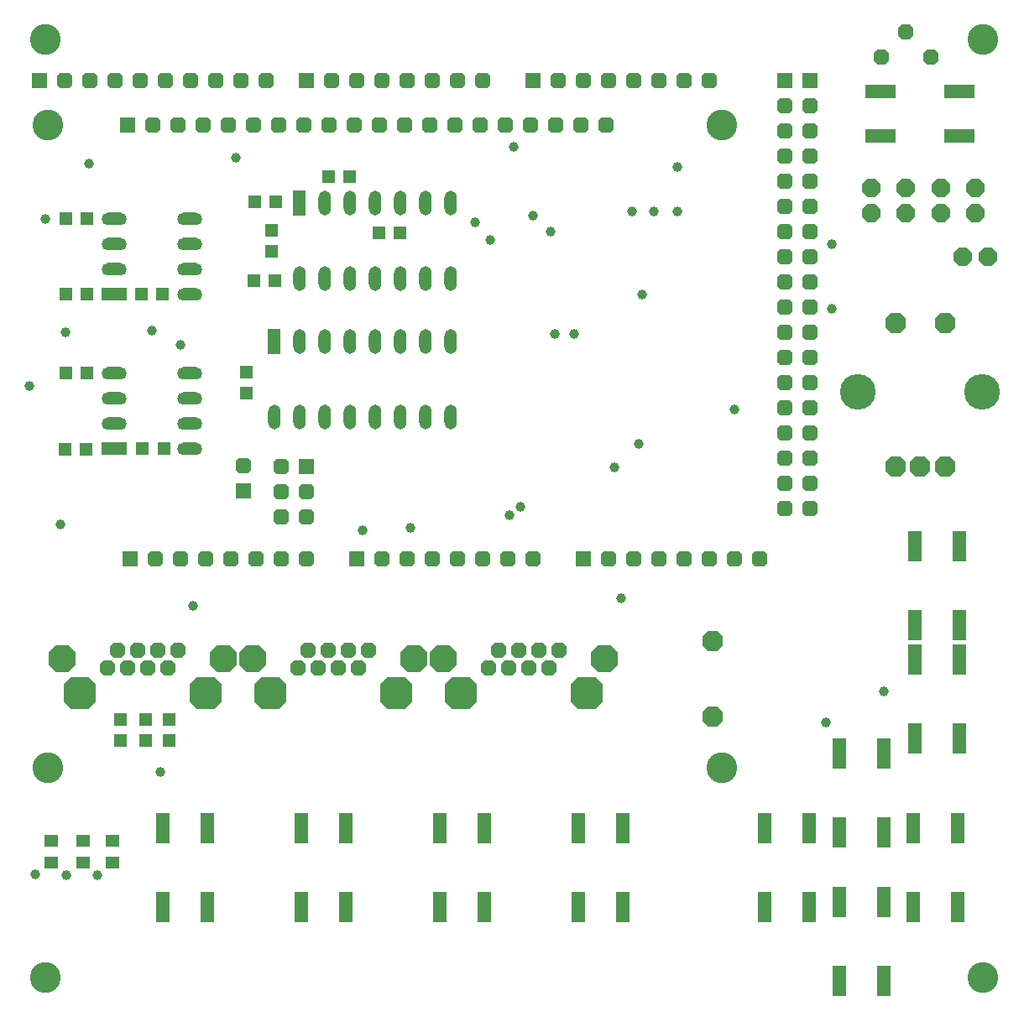
<source format=gts>
%FSLAX35Y35*%
%MOIN*%
%IN18=Loetstoppmaskeoben(X.GTS)*%
%ADD10C,0.00591*%
%ADD11C,0.00614*%
%ADD12C,0.00768*%
%ADD13C,0.00787*%
%ADD14C,0.01024*%
%ADD15C,0.01181*%
%ADD16C,0.01280*%
%ADD17C,0.01535*%
%ADD18C,0.01575*%
%ADD19C,0.01969*%
%ADD20C,0.02362*%
%ADD21C,0.02795*%
%ADD22C,0.03937*%
%ADD23C,0.12205*%
%ADD24C,0.13780*%
%ADD25C,0.14173*%
%AMR_26*21,1,0.01181,0.01181,0,0,0.000*%
%ADD26R_26*%
%AMR_27*21,1,0.01250,0.01250,0,0,0.000*%
%ADD27R_27*%
%AMR_28*21,1,0.01280,0.01280,0,0,0.000*%
%ADD28R_28*%
%AMR_29*21,1,0.01476,0.01476,0,0,0.000*%
%ADD29R_29*%
%AMR_30*21,1,0.01575,0.01575,0,0,0.000*%
%ADD30R_30*%
%AMR_31*21,1,0.01772,0.01772,0,0,0.000*%
%ADD31R_31*%
%AMR_32*21,1,0.01969,0.01969,0,0,0.000*%
%ADD32R_32*%
%AMR_33*21,1,0.02657,0.02657,0,0,0.000*%
%ADD33R_33*%
%AMR_34*21,1,0.04587,0.05433,0,0,90.000*%
%ADD34R_34*%
%AMR_35*21,1,0.05000,0.05000,0,0,0.000*%
%ADD35R_35*%
%AMR_36*21,1,0.05000,0.05000,0,0,90.000*%
%ADD36R_36*%
%AMR_37*21,1,0.05000,0.05000,0,0,180.000*%
%ADD37R_37*%
%AMR_38*21,1,0.05000,0.05000,0,0,270.000*%
%ADD38R_38*%
%AMR_39*21,1,0.05000,0.09843,0,0,0.000*%
%ADD39R_39*%
%AMR_40*21,1,0.05000,0.10000,0,0,90.000*%
%ADD40R_40*%
%AMR_41*21,1,0.12205,0.05118,0,0,90.000*%
%ADD41R_41*%
%AMR_42*21,1,0.12205,0.05118,0,0,180.000*%
%ADD42R_42*%
%AMR_43*21,1,0.19685,0.19685,0,0,0.000*%
%ADD43R_43*%
%AMOCT_44*4,1,8,0.029528,0.014764,0.014764,0.029528,-0.014764,0.029528,-0.029528,0.014764,-0.029528,-0.014764,-0.014764,-0.029528,0.014764,-0.029528,0.029528,-0.014764,0.029528,0.014764,0.000*%
%ADD44OCT_44*%
%AMOCT_45*4,1,8,0.029528,0.014764,0.014764,0.029528,-0.014764,0.029528,-0.029528,0.014764,-0.029528,-0.014764,-0.014764,-0.029528,0.014764,-0.029528,0.029528,-0.014764,0.029528,0.014764,180.000*%
%ADD45OCT_45*%
%AMOCT_46*4,1,8,0.031496,0.015748,0.015748,0.031496,-0.015748,0.031496,-0.031496,0.015748,-0.031496,-0.015748,-0.015748,-0.031496,0.015748,-0.031496,0.031496,-0.015748,0.031496,0.015748,-0.000*%
%ADD46OCT_46*%
%AMOCT_47*4,1,8,0.031496,0.015748,0.015748,0.031496,-0.015748,0.031496,-0.031496,0.015748,-0.031496,-0.015748,-0.015748,-0.031496,0.015748,-0.031496,0.031496,-0.015748,0.031496,0.015748,90.000*%
%ADD47OCT_47*%
%AMOCT_48*4,1,8,0.031496,0.015748,0.015748,0.031496,-0.015748,0.031496,-0.031496,0.015748,-0.031496,-0.015748,-0.015748,-0.031496,0.015748,-0.031496,0.031496,-0.015748,0.031496,0.015748,270.000*%
%ADD48OCT_48*%
%AMOCT_49*4,1,8,0.035433,0.017717,0.017717,0.035433,-0.017717,0.035433,-0.035433,0.017717,-0.035433,-0.017717,-0.017717,-0.035433,0.017717,-0.035433,0.035433,-0.017717,0.035433,0.017717,180.000*%
%ADD49OCT_49*%
%AMOCT_50*4,1,8,0.035433,0.017717,0.017717,0.035433,-0.017717,0.035433,-0.035433,0.017717,-0.035433,-0.017717,-0.017717,-0.035433,0.017717,-0.035433,0.035433,-0.017717,0.035433,0.017717,270.000*%
%ADD50OCT_50*%
%AMOCT_51*4,1,8,0.039370,0.019685,0.019685,0.039370,-0.019685,0.039370,-0.039370,0.019685,-0.039370,-0.019685,-0.019685,-0.039370,0.019685,-0.039370,0.039370,-0.019685,0.039370,0.019685,0.000*%
%ADD51OCT_51*%
%AMOCT_52*4,1,8,0.039370,0.019685,0.019685,0.039370,-0.019685,0.039370,-0.039370,0.019685,-0.039370,-0.019685,-0.019685,-0.039370,0.019685,-0.039370,0.039370,-0.019685,0.039370,0.019685,270.000*%
%ADD52OCT_52*%
%AMOCT_53*4,1,8,0.053150,0.026575,0.026575,0.053150,-0.026575,0.053150,-0.053150,0.026575,-0.053150,-0.026575,-0.026575,-0.053150,0.026575,-0.053150,0.053150,-0.026575,0.053150,0.026575,180.000*%
%ADD53OCT_53*%
%AMOCT_54*4,1,8,0.064961,0.032480,0.032480,0.064961,-0.032480,0.064961,-0.064961,0.032480,-0.064961,-0.032480,-0.032480,-0.064961,0.032480,-0.064961,0.064961,-0.032480,0.064961,0.032480,180.000*%
%ADD54OCT_54*%
%AMO_55*20,1,0.03937,-0.00787,0.00000,0.00787,0.00000,0*1,1,0.03937,-0.00787,0.00000*1,1,0.03937,0.00787,0.00000*%
%ADD55O_55*%
%AMO_56*20,1,0.05000,0.00000,-0.02421,0.00000,0.02421,0*1,1,0.05000,0.00000,-0.02421*1,1,0.05000,0.00000,0.02421*%
%ADD56O_56*%
%AMO_57*20,1,0.05000,0.02500,0.00000,-0.02500,0.00000,0*1,1,0.05000,0.02500,0.00000*1,1,0.05000,-0.02500,0.00000*%
%ADD57O_57*%
%AMRR_58*21,1,0.06299,0.05039,0,0,-0.000*21,1,0.05039,0.06299,0,0,-0.000*1,1,0.01260,0.02520,0.02520*1,1,0.01260,-0.02520,-0.02520*1,1,0.01260,0.02520,-0.02520*1,1,0.01260,-0.02520,0.02520*%
%ADD58RR_58*%
%AMRR_59*21,1,0.06299,0.05039,0,0,90.000*21,1,0.05039,0.06299,0,0,90.000*1,1,0.01260,-0.02520,0.02520*1,1,0.01260,0.02520,-0.02520*1,1,0.01260,0.02520,0.02520*1,1,0.01260,-0.02520,-0.02520*%
%ADD59RR_59*%
%AMRR_60*21,1,0.06299,0.05039,0,0,270.000*21,1,0.05039,0.06299,0,0,270.000*1,1,0.01260,0.02520,-0.02520*1,1,0.01260,-0.02520,0.02520*1,1,0.01260,-0.02520,-0.02520*1,1,0.01260,0.02520,0.02520*%
%ADD60RR_60*%
G54D22*
X196850Y340600D03*
X56299Y92401D03*
X343725Y124350D03*
X320600Y111850D03*
X247650Y281850D03*
X10600Y311850D03*
X18725Y266850D03*
X220590Y266225D03*
X213100Y266225D03*
X86225Y336225D03*
X261850Y332475D03*
X261537Y314975D03*
X4350Y245600D03*
X16850Y190600D03*
X155600Y189350D03*
X136850Y188100D03*
X69350Y158100D03*
X6825Y51675D03*
X19109Y51397D03*
X31338Y51397D03*
X28100Y334037D03*
X284350Y236225D03*
X323100Y301850D03*
X323100Y276225D03*
X239350Y161225D03*
X187475Y303725D03*
X211225Y306850D03*
X252475Y314975D03*
X194975Y194350D03*
X199350Y197475D03*
X246225Y222475D03*
X236850Y213100D03*
X181225Y310600D03*
X204350Y313100D03*
X243725Y314975D03*
X64350Y261850D03*
X53100Y267475D03*
G54D23*
X11742Y93759D03*
X11742Y349350D03*
X279458Y93759D03*
X383100Y10600D03*
X10600Y10600D03*
X10600Y383100D03*
X383100Y383100D03*
X279458Y349350D03*
G54D25*
X333494Y243100D03*
X382706Y243100D03*
G54D34*
X37475Y64803D03*
X37475Y56397D03*
X25600Y64803D03*
X25600Y56397D03*
X13100Y64803D03*
X13100Y56397D03*
G54D35*
X26987Y220287D03*
X18587Y220287D03*
X101987Y287162D03*
X93587Y287162D03*
X57925Y220600D03*
X49525Y220600D03*
X57300Y281850D03*
X48900Y281850D03*
X27300Y250600D03*
X18900Y250600D03*
X27300Y281850D03*
X18900Y281850D03*
X27300Y311850D03*
X18900Y311850D03*
G54D37*
X143275Y306225D03*
X151675Y306225D03*
X123275Y328725D03*
X131675Y328725D03*
X93900Y318725D03*
X102300Y318725D03*
G54D38*
X90600Y242650D03*
X90600Y251050D03*
X100600Y298900D03*
X100600Y307300D03*
X59975Y104525D03*
X59975Y112925D03*
X50600Y104525D03*
X50600Y112925D03*
X40600Y104525D03*
X40600Y112925D03*
G54D39*
X101850Y263100D03*
X111850Y318100D03*
G54D40*
X38100Y220600D03*
X38100Y281850D03*
G54D41*
X57367Y70029D03*
X75083Y70029D03*
X57367Y38730D03*
X75083Y38730D03*
X112367Y70029D03*
X130083Y70029D03*
X112367Y38730D03*
X130083Y38730D03*
X167367Y70029D03*
X185083Y70029D03*
X167367Y38730D03*
X185083Y38730D03*
X222367Y70029D03*
X240083Y70029D03*
X222367Y38730D03*
X240083Y38730D03*
X356117Y136875D03*
X373833Y136875D03*
X356117Y105575D03*
X373833Y105575D03*
X356117Y181875D03*
X373833Y181875D03*
X356117Y150575D03*
X373833Y150575D03*
X296373Y70029D03*
X314089Y70029D03*
X296373Y38730D03*
X314089Y38730D03*
X325900Y40501D03*
X343617Y40501D03*
X325900Y9202D03*
X343617Y9202D03*
X355428Y70029D03*
X373144Y70029D03*
X355428Y38730D03*
X373144Y38730D03*
X325900Y99557D03*
X343617Y99557D03*
X325900Y68257D03*
X343617Y68257D03*
G54D42*
X342450Y344867D03*
X342450Y362583D03*
X373750Y344867D03*
X373750Y362583D03*
G54D44*
X342632Y376225D03*
X352475Y386225D03*
X362317Y376225D03*
G54D45*
X135014Y133725D03*
X139030Y140733D03*
X126983Y133725D03*
X130999Y140733D03*
X118951Y133725D03*
X122967Y140733D03*
X110920Y133725D03*
X114936Y140733D03*
X210639Y133725D03*
X214655Y140733D03*
X202608Y133725D03*
X206624Y140733D03*
X194576Y133725D03*
X198592Y140733D03*
X186545Y133725D03*
X190561Y140733D03*
X59389Y133725D03*
X63405Y140733D03*
X51358Y133725D03*
X55374Y140733D03*
X43326Y133725D03*
X47342Y140733D03*
X35295Y133725D03*
X39311Y140733D03*
G54D46*
X18350Y366850D03*
X28350Y366850D03*
X38350Y366850D03*
X48350Y366850D03*
X58350Y366850D03*
X68350Y366850D03*
X78350Y366850D03*
X88350Y366850D03*
X98350Y366850D03*
X54350Y176850D03*
X64350Y176850D03*
X74350Y176850D03*
X84350Y176850D03*
X94350Y176850D03*
X104350Y176850D03*
X114350Y176850D03*
X144350Y176850D03*
X154350Y176850D03*
X164350Y176850D03*
X174350Y176850D03*
X184350Y176850D03*
X194350Y176850D03*
X204350Y176850D03*
X234350Y176850D03*
X244350Y176850D03*
X254350Y176850D03*
X264350Y176850D03*
X274350Y176850D03*
X284350Y176850D03*
X294350Y176850D03*
X214350Y366850D03*
X224350Y366850D03*
X234350Y366850D03*
X244350Y366850D03*
X254350Y366850D03*
X264350Y366850D03*
X274350Y366850D03*
X124350Y366850D03*
X134350Y366850D03*
X144350Y366850D03*
X154350Y366850D03*
X164350Y366850D03*
X174350Y366850D03*
X184350Y366850D03*
X53346Y349350D03*
X63346Y349350D03*
X73346Y349350D03*
X83346Y349350D03*
X93346Y349350D03*
X103346Y349350D03*
X113346Y349350D03*
X123346Y349350D03*
X133346Y349350D03*
X143346Y349350D03*
X153346Y349350D03*
X163346Y349350D03*
X173346Y349350D03*
X183346Y349350D03*
X193346Y349350D03*
X203346Y349350D03*
X213346Y349350D03*
X223346Y349350D03*
X233346Y349350D03*
G54D47*
X89350Y214037D03*
G54D48*
X304350Y356850D03*
X304350Y346850D03*
X304350Y336850D03*
X304350Y326850D03*
X304350Y316850D03*
X304350Y306850D03*
X304350Y296850D03*
X304350Y286850D03*
X304350Y276850D03*
X304350Y266850D03*
X304350Y256850D03*
X304350Y246850D03*
X304350Y236850D03*
X304350Y226850D03*
X304350Y216850D03*
X304350Y206850D03*
X304350Y196850D03*
X314350Y356850D03*
X314350Y346850D03*
X314350Y336850D03*
X314350Y326850D03*
X314350Y316850D03*
X314350Y306850D03*
X314350Y296850D03*
X314350Y286850D03*
X314350Y276850D03*
X314350Y266850D03*
X314350Y256850D03*
X314350Y246850D03*
X314350Y236850D03*
X314350Y226850D03*
X314350Y216850D03*
X314350Y206850D03*
X314350Y196850D03*
X104350Y213725D03*
X114350Y203725D03*
X104350Y203725D03*
X114350Y193725D03*
X104350Y193725D03*
G54D49*
X384975Y296850D03*
X374975Y296850D03*
G54D50*
X338725Y324350D03*
X338725Y314350D03*
X352475Y324350D03*
X352475Y314350D03*
X366225Y324350D03*
X366225Y314350D03*
X379975Y324350D03*
X379975Y314350D03*
G54D51*
X348257Y213572D03*
X358100Y213572D03*
X367942Y213572D03*
X348257Y270659D03*
X367942Y270659D03*
G54D52*
X275600Y144350D03*
X275600Y114350D03*
G54D53*
X92987Y137229D03*
X156963Y137229D03*
X168612Y137229D03*
X232588Y137229D03*
X17362Y137229D03*
X81338Y137229D03*
G54D54*
X149975Y123725D03*
X99975Y123725D03*
X225600Y123725D03*
X175600Y123725D03*
X74350Y123725D03*
X24350Y123725D03*
G54D56*
X111850Y263100D03*
X121850Y263100D03*
X131850Y263100D03*
X141850Y263100D03*
X151850Y263100D03*
X161850Y263100D03*
X171850Y263100D03*
X171850Y233100D03*
X161850Y233100D03*
X151850Y233100D03*
X141850Y233100D03*
X131850Y233100D03*
X121850Y233100D03*
X111850Y233100D03*
X101850Y233100D03*
X121850Y318100D03*
X131850Y318100D03*
X141850Y318100D03*
X151850Y318100D03*
X161850Y318100D03*
X171850Y318100D03*
X171850Y288100D03*
X161850Y288100D03*
X151850Y288100D03*
X141850Y288100D03*
X131850Y288100D03*
X121850Y288100D03*
X111850Y288100D03*
G54D57*
X38100Y230600D03*
X38100Y240600D03*
X38100Y250600D03*
X68100Y250600D03*
X68100Y240600D03*
X68100Y230600D03*
X68100Y220600D03*
X38100Y291850D03*
X38100Y301850D03*
X38100Y311850D03*
X68100Y311850D03*
X68100Y301850D03*
X68100Y291850D03*
X68100Y281850D03*
G54D58*
X8350Y366850D03*
X44350Y176850D03*
X134350Y176850D03*
X224350Y176850D03*
X204350Y366850D03*
X114350Y366850D03*
X43346Y349350D03*
G54D59*
X89350Y204037D03*
G54D60*
X304350Y366850D03*
X314350Y366850D03*
X114350Y213725D03*
M02*

</source>
